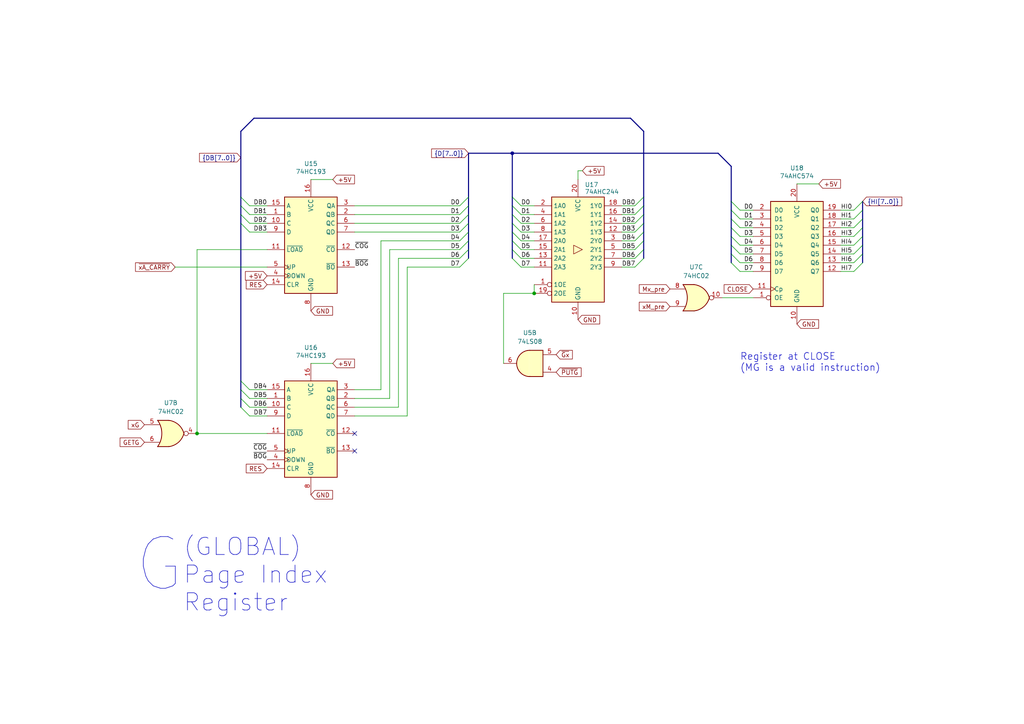
<source format=kicad_sch>
(kicad_sch (version 20231120) (generator "eeschema") (generator_version "8.0")
  (paper "A4")
  (title_block (title "Myth Microcontroller Project") (date "2024-09-21") (rev "1") (company "Picwok.com") (comment 1 "Project Contact: mim@ok-schalter.de (Michael)") (comment 2 "Author: Copyr. 2024 Michael Mangelsdorf/Dosflange@github") (comment 3 "Instruction Decoder Module") (comment 4 "D Register"))
  (lib_symbols
    (symbol "74xx:74AHC244"
      (property "Reference" "U" (at -7.62 16.51 0))
      (property "Value" "74AHC244" (at -7.62 -16.51 0))
      (symbol "74AHC244_1_0"
        (polyline (pts (xy 1.27 0) (xy -1.27 1.27) (xy -1.27 -1.27) (xy 1.27 0)) (stroke (width 0.1524)))
        (pin input inverted (at -12.7 -10.16 0) (length 5.08) (name "1OE") (number "1"))
        (pin power_in line (at 0 -20.32 90) (length 5.08) (name "GND") (number "10"))
        (pin input line (at -12.7 -5.08 0) (length 5.08) (name "2A3") (number "11"))
        (pin tri_state line (at 12.7 5.08 180) (length 5.08) (name "1Y3") (number "12"))
        (pin input line (at -12.7 -2.54 0) (length 5.08) (name "2A2") (number "13"))
        (pin tri_state line (at 12.7 7.62 180) (length 5.08) (name "1Y2") (number "14"))
        (pin input line (at -12.7 0 0) (length 5.08) (name "2A1") (number "15"))
        (pin tri_state line (at 12.7 10.16 180) (length 5.08) (name "1Y1") (number "16"))
        (pin input line (at -12.7 2.54 0) (length 5.08) (name "2A0") (number "17"))
        (pin tri_state line (at 12.7 12.7 180) (length 5.08) (name "1Y0") (number "18"))
        (pin input inverted (at -12.7 -12.7 0) (length 5.08) (name "2OE") (number "19"))
        (pin input line (at -12.7 12.7 0) (length 5.08) (name "1A0") (number "2"))
        (pin power_in line (at 0 20.32 270) (length 5.08) (name "VCC") (number "20"))
        (pin tri_state line (at 12.7 2.54 180) (length 5.08) (name "2Y0") (number "3"))
        (pin input line (at -12.7 10.16 0) (length 5.08) (name "1A1") (number "4"))
        (pin tri_state line (at 12.7 0 180) (length 5.08) (name "2Y1") (number "5"))
        (pin input line (at -12.7 7.62 0) (length 5.08) (name "1A2") (number "6"))
        (pin tri_state line (at 12.7 -2.54 180) (length 5.08) (name "2Y2") (number "7"))
        (pin input line (at -12.7 5.08 0) (length 5.08) (name "1A3") (number "8"))
        (pin tri_state line (at 12.7 -5.08 180) (length 5.08) (name "2Y3") (number "9"))
      )
      (symbol "74AHC244_1_1"
        (rectangle (start -7.62 15.24) (end 7.62 -15.24) (stroke (width 0.254)) (fill (type background)))
      )
    )
    (symbol "74xx:74HC02" (pin_names (offset 1.016))
      (property "Reference" "U" (at 0 1.27 0))
      (property "Value" "74HC02" (at 0 -1.27 0))
      (symbol "74HC02_1_1"
        (arc (start -3.81 -3.81) (mid -2.589 0) (end -3.81 3.81) (stroke (width 0.254)))
        (arc (start -0.6096 -3.81) (mid 2.1842 -2.5851) (end 3.81 0) (stroke (width 0.254)) (fill (type background)))
        (polyline (pts (xy -3.81 -3.81) (xy -0.635 -3.81)) (stroke (width 0.254)) (fill (type background)))
        (polyline (pts (xy -3.81 3.81) (xy -0.635 3.81)) (stroke (width 0.254)) (fill (type background)))
        (polyline (pts (xy -0.635 3.81) (xy -3.81 3.81) (xy -3.81 3.81) (xy -3.556 3.4036) (xy -3.0226 2.2606) (xy -2.6924 1.0414) (xy -2.6162 -0.254) (xy -2.7686 -1.4986) (xy -3.175 -2.7178) (xy -3.81 -3.81) (xy -3.81 -3.81) (xy -0.635 -3.81)) (stroke (width -25.4)) (fill (type background)))
        (arc (start 3.81 0) (mid 2.1915 2.5936) (end -0.6096 3.81) (stroke (width 0.254)) (fill (type background)))
        (pin output inverted (at 7.62 0 180) (length 3.81) (name "~") (number "1"))
        (pin input line (at -7.62 2.54 0) (length 4.318) (name "~") (number "2"))
        (pin input line (at -7.62 -2.54 0) (length 4.318) (name "~") (number "3"))
      )
      (symbol "74HC02_1_2"
        (arc (start 0 -3.81) (mid 3.7934 0) (end 0 3.81) (stroke (width 0.254)) (fill (type background)))
        (polyline (pts (xy 0 3.81) (xy -3.81 3.81) (xy -3.81 -3.81) (xy 0 -3.81)) (stroke (width 0.254)) (fill (type background)))
        (pin output line (at 7.62 0 180) (length 3.81) (name "~") (number "1"))
        (pin input inverted (at -7.62 2.54 0) (length 3.81) (name "~") (number "2"))
        (pin input inverted (at -7.62 -2.54 0) (length 3.81) (name "~") (number "3"))
      )
      (symbol "74HC02_2_1"
        (arc (start -3.81 -3.81) (mid -2.589 0) (end -3.81 3.81) (stroke (width 0.254)))
        (arc (start -0.6096 -3.81) (mid 2.1842 -2.5851) (end 3.81 0) (stroke (width 0.254)) (fill (type background)))
        (polyline (pts (xy -3.81 -3.81) (xy -0.635 -3.81)) (stroke (width 0.254)) (fill (type background)))
        (polyline (pts (xy -3.81 3.81) (xy -0.635 3.81)) (stroke (width 0.254)) (fill (type background)))
        (polyline (pts (xy -0.635 3.81) (xy -3.81 3.81) (xy -3.81 3.81) (xy -3.556 3.4036) (xy -3.0226 2.2606) (xy -2.6924 1.0414) (xy -2.6162 -0.254) (xy -2.7686 -1.4986) (xy -3.175 -2.7178) (xy -3.81 -3.81) (xy -3.81 -3.81) (xy -0.635 -3.81)) (stroke (width -25.4)) (fill (type background)))
        (arc (start 3.81 0) (mid 2.1915 2.5936) (end -0.6096 3.81) (stroke (width 0.254)) (fill (type background)))
        (pin output inverted (at 7.62 0 180) (length 3.81) (name "~") (number "4"))
        (pin input line (at -7.62 2.54 0) (length 4.318) (name "~") (number "5"))
        (pin input line (at -7.62 -2.54 0) (length 4.318) (name "~") (number "6"))
      )
      (symbol "74HC02_2_2"
        (arc (start 0 -3.81) (mid 3.7934 0) (end 0 3.81) (stroke (width 0.254)) (fill (type background)))
        (polyline (pts (xy 0 3.81) (xy -3.81 3.81) (xy -3.81 -3.81) (xy 0 -3.81)) (stroke (width 0.254)) (fill (type background)))
        (pin output line (at 7.62 0 180) (length 3.81) (name "~") (number "4"))
        (pin input inverted (at -7.62 2.54 0) (length 3.81) (name "~") (number "5"))
        (pin input inverted (at -7.62 -2.54 0) (length 3.81) (name "~") (number "6"))
      )
      (symbol "74HC02_3_1"
        (arc (start -3.81 -3.81) (mid -2.589 0) (end -3.81 3.81) (stroke (width 0.254)))
        (arc (start -0.6096 -3.81) (mid 2.1842 -2.5851) (end 3.81 0) (stroke (width 0.254)) (fill (type background)))
        (polyline (pts (xy -3.81 -3.81) (xy -0.635 -3.81)) (stroke (width 0.254)) (fill (type background)))
        (polyline (pts (xy -3.81 3.81) (xy -0.635 3.81)) (stroke (width 0.254)) (fill (type background)))
        (polyline (pts (xy -0.635 3.81) (xy -3.81 3.81) (xy -3.81 3.81) (xy -3.556 3.4036) (xy -3.0226 2.2606) (xy -2.6924 1.0414) (xy -2.6162 -0.254) (xy -2.7686 -1.4986) (xy -3.175 -2.7178) (xy -3.81 -3.81) (xy -3.81 -3.81) (xy -0.635 -3.81)) (stroke (width -25.4)) (fill (type background)))
        (arc (start 3.81 0) (mid 2.1915 2.5936) (end -0.6096 3.81) (stroke (width 0.254)) (fill (type background)))
        (pin output inverted (at 7.62 0 180) (length 3.81) (name "~") (number "10"))
        (pin input line (at -7.62 2.54 0) (length 4.318) (name "~") (number "8"))
        (pin input line (at -7.62 -2.54 0) (length 4.318) (name "~") (number "9"))
      )
      (symbol "74HC02_3_2"
        (arc (start 0 -3.81) (mid 3.7934 0) (end 0 3.81) (stroke (width 0.254)) (fill (type background)))
        (polyline (pts (xy 0 3.81) (xy -3.81 3.81) (xy -3.81 -3.81) (xy 0 -3.81)) (stroke (width 0.254)) (fill (type background)))
        (pin output line (at 7.62 0 180) (length 3.81) (name "~") (number "10"))
        (pin input inverted (at -7.62 2.54 0) (length 3.81) (name "~") (number "8"))
        (pin input inverted (at -7.62 -2.54 0) (length 3.81) (name "~") (number "9"))
      )
      (symbol "74HC02_4_1"
        (arc (start -3.81 -3.81) (mid -2.589 0) (end -3.81 3.81) (stroke (width 0.254)))
        (arc (start -0.6096 -3.81) (mid 2.1842 -2.5851) (end 3.81 0) (stroke (width 0.254)) (fill (type background)))
        (polyline (pts (xy -3.81 -3.81) (xy -0.635 -3.81)) (stroke (width 0.254)) (fill (type background)))
        (polyline (pts (xy -3.81 3.81) (xy -0.635 3.81)) (stroke (width 0.254)) (fill (type background)))
        (polyline (pts (xy -0.635 3.81) (xy -3.81 3.81) (xy -3.81 3.81) (xy -3.556 3.4036) (xy -3.0226 2.2606) (xy -2.6924 1.0414) (xy -2.6162 -0.254) (xy -2.7686 -1.4986) (xy -3.175 -2.7178) (xy -3.81 -3.81) (xy -3.81 -3.81) (xy -0.635 -3.81)) (stroke (width -25.4)) (fill (type background)))
        (arc (start 3.81 0) (mid 2.1915 2.5936) (end -0.6096 3.81) (stroke (width 0.254)) (fill (type background)))
        (pin input line (at -7.62 2.54 0) (length 4.318) (name "~") (number "11"))
        (pin input line (at -7.62 -2.54 0) (length 4.318) (name "~") (number "12"))
        (pin output inverted (at 7.62 0 180) (length 3.81) (name "~") (number "13"))
      )
      (symbol "74HC02_4_2"
        (arc (start 0 -3.81) (mid 3.7934 0) (end 0 3.81) (stroke (width 0.254)) (fill (type background)))
        (polyline (pts (xy 0 3.81) (xy -3.81 3.81) (xy -3.81 -3.81) (xy 0 -3.81)) (stroke (width 0.254)) (fill (type background)))
        (pin input inverted (at -7.62 2.54 0) (length 3.81) (name "~") (number "11"))
        (pin input inverted (at -7.62 -2.54 0) (length 3.81) (name "~") (number "12"))
        (pin output line (at 7.62 0 180) (length 3.81) (name "~") (number "13"))
      )
      (symbol "74HC02_5_0"
        (pin power_in line (at 0 12.7 270) (length 5.08) (name "VCC") (number "14"))
        (pin power_in line (at 0 -12.7 90) (length 5.08) (name "GND") (number "7"))
      )
      (symbol "74HC02_5_1"
        (rectangle (start -5.08 7.62) (end 5.08 -7.62) (stroke (width 0.254)) (fill (type background)))
      )
    )
    (symbol "74xx:74LS08" (pin_names (offset 1.016))
      (property "Reference" "U" (at 0 1.27 0))
      (property "Value" "74LS08" (at 0 -1.27 0))
      (symbol "74LS08_1_1"
        (arc (start 0 -3.81) (mid 3.7934 0) (end 0 3.81) (stroke (width 0.254)) (fill (type background)))
        (polyline (pts (xy 0 3.81) (xy -3.81 3.81) (xy -3.81 -3.81) (xy 0 -3.81)) (stroke (width 0.254)) (fill (type background)))
        (pin input line (at -7.62 2.54 0) (length 3.81) (name "~") (number "1"))
        (pin input line (at -7.62 -2.54 0) (length 3.81) (name "~") (number "2"))
        (pin output line (at 7.62 0 180) (length 3.81) (name "~") (number "3"))
      )
      (symbol "74LS08_1_2"
        (arc (start -3.81 -3.81) (mid -2.589 0) (end -3.81 3.81) (stroke (width 0.254)))
        (arc (start -0.6096 -3.81) (mid 2.1855 -2.584) (end 3.81 0) (stroke (width 0.254)) (fill (type background)))
        (polyline (pts (xy -3.81 -3.81) (xy -0.635 -3.81)) (stroke (width 0.254)) (fill (type background)))
        (polyline (pts (xy -3.81 3.81) (xy -0.635 3.81)) (stroke (width 0.254)) (fill (type background)))
        (polyline (pts (xy -0.635 3.81) (xy -3.81 3.81) (xy -3.81 3.81) (xy -3.556 3.4036) (xy -3.0226 2.2606) (xy -2.6924 1.0414) (xy -2.6162 -0.254) (xy -2.7686 -1.4986) (xy -3.175 -2.7178) (xy -3.81 -3.81) (xy -3.81 -3.81) (xy -0.635 -3.81)) (stroke (width -25.4)) (fill (type background)))
        (arc (start 3.81 0) (mid 2.1928 2.5925) (end -0.6096 3.81) (stroke (width 0.254)) (fill (type background)))
        (pin input inverted (at -7.62 2.54 0) (length 4.318) (name "~") (number "1"))
        (pin input inverted (at -7.62 -2.54 0) (length 4.318) (name "~") (number "2"))
        (pin output inverted (at 7.62 0 180) (length 3.81) (name "~") (number "3"))
      )
      (symbol "74LS08_2_1"
        (arc (start 0 -3.81) (mid 3.7934 0) (end 0 3.81) (stroke (width 0.254)) (fill (type background)))
        (polyline (pts (xy 0 3.81) (xy -3.81 3.81) (xy -3.81 -3.81) (xy 0 -3.81)) (stroke (width 0.254)) (fill (type background)))
        (pin input line (at -7.62 2.54 0) (length 3.81) (name "~") (number "4"))
        (pin input line (at -7.62 -2.54 0) (length 3.81) (name "~") (number "5"))
        (pin output line (at 7.62 0 180) (length 3.81) (name "~") (number "6"))
      )
      (symbol "74LS08_2_2"
        (arc (start -3.81 -3.81) (mid -2.589 0) (end -3.81 3.81) (stroke (width 0.254)))
        (arc (start -0.6096 -3.81) (mid 2.1855 -2.584) (end 3.81 0) (stroke (width 0.254)) (fill (type background)))
        (polyline (pts (xy -3.81 -3.81) (xy -0.635 -3.81)) (stroke (width 0.254)) (fill (type background)))
        (polyline (pts (xy -3.81 3.81) (xy -0.635 3.81)) (stroke (width 0.254)) (fill (type background)))
        (polyline (pts (xy -0.635 3.81) (xy -3.81 3.81) (xy -3.81 3.81) (xy -3.556 3.4036) (xy -3.0226 2.2606) (xy -2.6924 1.0414) (xy -2.6162 -0.254) (xy -2.7686 -1.4986) (xy -3.175 -2.7178) (xy -3.81 -3.81) (xy -3.81 -3.81) (xy -0.635 -3.81)) (stroke (width -25.4)) (fill (type background)))
        (arc (start 3.81 0) (mid 2.1928 2.5925) (end -0.6096 3.81) (stroke (width 0.254)) (fill (type background)))
        (pin input inverted (at -7.62 2.54 0) (length 4.318) (name "~") (number "4"))
        (pin input inverted (at -7.62 -2.54 0) (length 4.318) (name "~") (number "5"))
        (pin output inverted (at 7.62 0 180) (length 3.81) (name "~") (number "6"))
      )
      (symbol "74LS08_3_1"
        (arc (start 0 -3.81) (mid 3.7934 0) (end 0 3.81) (stroke (width 0.254)) (fill (type background)))
        (polyline (pts (xy 0 3.81) (xy -3.81 3.81) (xy -3.81 -3.81) (xy 0 -3.81)) (stroke (width 0.254)) (fill (type background)))
        (pin input line (at -7.62 -2.54 0) (length 3.81) (name "~") (number "10"))
        (pin output line (at 7.62 0 180) (length 3.81) (name "~") (number "8"))
        (pin input line (at -7.62 2.54 0) (length 3.81) (name "~") (number "9"))
      )
      (symbol "74LS08_3_2"
        (arc (start -3.81 -3.81) (mid -2.589 0) (end -3.81 3.81) (stroke (width 0.254)))
        (arc (start -0.6096 -3.81) (mid 2.1855 -2.584) (end 3.81 0) (stroke (width 0.254)) (fill (type background)))
        (polyline (pts (xy -3.81 -3.81) (xy -0.635 -3.81)) (stroke (width 0.254)) (fill (type background)))
        (polyline (pts (xy -3.81 3.81) (xy -0.635 3.81)) (stroke (width 0.254)) (fill (type background)))
        (polyline (pts (xy -0.635 3.81) (xy -3.81 3.81) (xy -3.81 3.81) (xy -3.556 3.4036) (xy -3.0226 2.2606) (xy -2.6924 1.0414) (xy -2.6162 -0.254) (xy -2.7686 -1.4986) (xy -3.175 -2.7178) (xy -3.81 -3.81) (xy -3.81 -3.81) (xy -0.635 -3.81)) (stroke (width -25.4)) (fill (type background)))
        (arc (start 3.81 0) (mid 2.1928 2.5925) (end -0.6096 3.81) (stroke (width 0.254)) (fill (type background)))
        (pin input inverted (at -7.62 -2.54 0) (length 4.318) (name "~") (number "10"))
        (pin output inverted (at 7.62 0 180) (length 3.81) (name "~") (number "8"))
        (pin input inverted (at -7.62 2.54 0) (length 4.318) (name "~") (number "9"))
      )
      (symbol "74LS08_4_1"
        (arc (start 0 -3.81) (mid 3.7934 0) (end 0 3.81) (stroke (width 0.254)) (fill (type background)))
        (polyline (pts (xy 0 3.81) (xy -3.81 3.81) (xy -3.81 -3.81) (xy 0 -3.81)) (stroke (width 0.254)) (fill (type background)))
        (pin output line (at 7.62 0 180) (length 3.81) (name "~") (number "11"))
        (pin input line (at -7.62 2.54 0) (length 3.81) (name "~") (number "12"))
        (pin input line (at -7.62 -2.54 0) (length 3.81) (name "~") (number "13"))
      )
      (symbol "74LS08_4_2"
        (arc (start -3.81 -3.81) (mid -2.589 0) (end -3.81 3.81) (stroke (width 0.254)))
        (arc (start -0.6096 -3.81) (mid 2.1855 -2.584) (end 3.81 0) (stroke (width 0.254)) (fill (type background)))
        (polyline (pts (xy -3.81 -3.81) (xy -0.635 -3.81)) (stroke (width 0.254)) (fill (type background)))
        (polyline (pts (xy -3.81 3.81) (xy -0.635 3.81)) (stroke (width 0.254)) (fill (type background)))
        (polyline (pts (xy -0.635 3.81) (xy -3.81 3.81) (xy -3.81 3.81) (xy -3.556 3.4036) (xy -3.0226 2.2606) (xy -2.6924 1.0414) (xy -2.6162 -0.254) (xy -2.7686 -1.4986) (xy -3.175 -2.7178) (xy -3.81 -3.81) (xy -3.81 -3.81) (xy -0.635 -3.81)) (stroke (width -25.4)) (fill (type background)))
        (arc (start 3.81 0) (mid 2.1928 2.5925) (end -0.6096 3.81) (stroke (width 0.254)) (fill (type background)))
        (pin output inverted (at 7.62 0 180) (length 3.81) (name "~") (number "11"))
        (pin input inverted (at -7.62 2.54 0) (length 4.318) (name "~") (number "12"))
        (pin input inverted (at -7.62 -2.54 0) (length 4.318) (name "~") (number "13"))
      )
      (symbol "74LS08_5_0"
        (pin power_in line (at 0 12.7 270) (length 5.08) (name "VCC") (number "14"))
        (pin power_in line (at 0 -12.7 90) (length 5.08) (name "GND") (number "7"))
      )
      (symbol "74LS08_5_1"
        (rectangle (start -5.08 7.62) (end 5.08 -7.62) (stroke (width 0.254)) (fill (type background)))
      )
    )
    (symbol "74xx:74LS193"
      (property "Reference" "U" (at -7.62 13.97 0))
      (property "Value" "74LS193" (at 5.08 13.97 0))
      (symbol "74LS193_1_0"
        (pin input line (at -12.7 7.62 0) (length 5.08) (name "B") (number "1"))
        (pin input line (at -12.7 5.08 0) (length 5.08) (name "C") (number "10"))
        (pin input line (at -12.7 -2.54 0) (length 5.08) (name "~{LOAD}") (number "11"))
        (pin output line (at 12.7 -2.54 180) (length 5.08) (name "~{CO}") (number "12"))
        (pin output line (at 12.7 -7.62 180) (length 5.08) (name "~{BO}") (number "13"))
        (pin input line (at -12.7 -12.7 0) (length 5.08) (name "CLR") (number "14"))
        (pin input line (at -12.7 10.16 0) (length 5.08) (name "A") (number "15"))
        (pin power_in line (at 0 17.78 270) (length 5.08) (name "VCC") (number "16"))
        (pin output line (at 12.7 7.62 180) (length 5.08) (name "QB") (number "2"))
        (pin output line (at 12.7 10.16 180) (length 5.08) (name "QA") (number "3"))
        (pin input clock (at -12.7 -10.16 0) (length 5.08) (name "DOWN") (number "4"))
        (pin input clock (at -12.7 -7.62 0) (length 5.08) (name "UP") (number "5"))
        (pin output line (at 12.7 5.08 180) (length 5.08) (name "QC") (number "6"))
        (pin output line (at 12.7 2.54 180) (length 5.08) (name "QD") (number "7"))
        (pin power_in line (at 0 -20.32 90) (length 5.08) (name "GND") (number "8"))
        (pin input line (at -12.7 2.54 0) (length 5.08) (name "D") (number "9"))
      )
      (symbol "74LS193_1_1"
        (rectangle (start -7.62 12.7) (end 7.62 -15.24) (stroke (width 0.254)) (fill (type background)))
      )
    )
    (symbol "74xx:74LS574" (pin_names (offset 1.016))
      (property "Reference" "U" (at -7.62 16.51 0))
      (property "Value" "74LS574" (at -7.62 -16.51 0))
      (symbol "74LS574_1_0"
        (pin input inverted (at -12.7 -12.7 0) (length 5.08) (name "OE") (number "1"))
        (pin power_in line (at 0 -20.32 90) (length 5.08) (name "GND") (number "10"))
        (pin input clock (at -12.7 -10.16 0) (length 5.08) (name "Cp") (number "11"))
        (pin tri_state line (at 12.7 -5.08 180) (length 5.08) (name "Q7") (number "12"))
        (pin tri_state line (at 12.7 -2.54 180) (length 5.08) (name "Q6") (number "13"))
        (pin tri_state line (at 12.7 0 180) (length 5.08) (name "Q5") (number "14"))
        (pin tri_state line (at 12.7 2.54 180) (length 5.08) (name "Q4") (number "15"))
        (pin tri_state line (at 12.7 5.08 180) (length 5.08) (name "Q3") (number "16"))
        (pin tri_state line (at 12.7 7.62 180) (length 5.08) (name "Q2") (number "17"))
        (pin tri_state line (at 12.7 10.16 180) (length 5.08) (name "Q1") (number "18"))
        (pin tri_state line (at 12.7 12.7 180) (length 5.08) (name "Q0") (number "19"))
        (pin input line (at -12.7 12.7 0) (length 5.08) (name "D0") (number "2"))
        (pin power_in line (at 0 20.32 270) (length 5.08) (name "VCC") (number "20"))
        (pin input line (at -12.7 10.16 0) (length 5.08) (name "D1") (number "3"))
        (pin input line (at -12.7 7.62 0) (length 5.08) (name "D2") (number "4"))
        (pin input line (at -12.7 5.08 0) (length 5.08) (name "D3") (number "5"))
        (pin input line (at -12.7 2.54 0) (length 5.08) (name "D4") (number "6"))
        (pin input line (at -12.7 0 0) (length 5.08) (name "D5") (number "7"))
        (pin input line (at -12.7 -2.54 0) (length 5.08) (name "D6") (number "8"))
        (pin input line (at -12.7 -5.08 0) (length 5.08) (name "D7") (number "9"))
      )
      (symbol "74LS574_1_1"
        (rectangle (start -7.62 15.24) (end 7.62 -15.24) (stroke (width 0.254)) (fill (type background)))
      )
    )
  )
  (junction (at 57.15 125.73))
  (junction (at 148.59 44.45))
  (junction (at 154.94 85.09))
  (no_connect (at 102.87 130.81))
  (no_connect (at 102.87 125.73))
  (bus_entry (at 247.65 63.5) (size 2.54 -2.54))
  (bus_entry (at 151.13 59.69) (size -2.54 -2.54))
  (bus_entry (at 184.15 59.69) (size 2.54 -2.54))
  (bus_entry (at 247.65 76.2) (size 2.54 -2.54))
  (bus_entry (at 214.63 78.74) (size -2.54 -2.54))
  (bus_entry (at 247.65 73.66) (size 2.54 -2.54))
  (bus_entry (at 151.13 72.39) (size -2.54 -2.54))
  (bus_entry (at 214.63 71.12) (size -2.54 -2.54))
  (bus_entry (at 72.39 62.23) (size -2.54 -2.54))
  (bus_entry (at 214.63 68.58) (size -2.54 -2.54))
  (bus_entry (at 184.15 67.31) (size 2.54 -2.54))
  (bus_entry (at 72.39 118.11) (size -2.54 -2.54))
  (bus_entry (at 247.65 60.96) (size 2.54 -2.54))
  (bus_entry (at 133.35 77.47) (size 2.54 -2.54))
  (bus_entry (at 72.39 64.77) (size -2.54 -2.54))
  (bus_entry (at 184.15 72.39) (size 2.54 -2.54))
  (bus_entry (at 247.65 71.12) (size 2.54 -2.54))
  (bus_entry (at 247.65 78.74) (size 2.54 -2.54))
  (bus_entry (at 184.15 62.23) (size 2.54 -2.54))
  (bus_entry (at 133.35 64.77) (size 2.54 -2.54))
  (bus_entry (at 72.39 59.69) (size -2.54 -2.54))
  (bus_entry (at 214.63 63.5) (size -2.54 -2.54))
  (bus_entry (at 214.63 76.2) (size -2.54 -2.54))
  (bus_entry (at 247.65 66.04) (size 2.54 -2.54))
  (bus_entry (at 72.39 120.65) (size -2.54 -2.54))
  (bus_entry (at 247.65 68.58) (size 2.54 -2.54))
  (bus_entry (at 214.63 66.04) (size -2.54 -2.54))
  (bus_entry (at 184.15 74.93) (size 2.54 -2.54))
  (bus_entry (at 151.13 67.31) (size -2.54 -2.54))
  (bus_entry (at 133.35 59.69) (size 2.54 -2.54))
  (bus_entry (at 133.35 62.23) (size 2.54 -2.54))
  (bus_entry (at 72.39 67.31) (size -2.54 -2.54))
  (bus_entry (at 184.15 69.85) (size 2.54 -2.54))
  (bus_entry (at 133.35 67.31) (size 2.54 -2.54))
  (bus_entry (at 184.15 64.77) (size 2.54 -2.54))
  (bus_entry (at 151.13 64.77) (size -2.54 -2.54))
  (bus_entry (at 133.35 74.93) (size 2.54 -2.54))
  (bus_entry (at 151.13 77.47) (size -2.54 -2.54))
  (bus_entry (at 214.63 60.96) (size -2.54 -2.54))
  (bus_entry (at 133.35 72.39) (size 2.54 -2.54))
  (bus_entry (at 214.63 73.66) (size -2.54 -2.54))
  (bus_entry (at 133.35 69.85) (size 2.54 -2.54))
  (bus_entry (at 184.15 77.47) (size 2.54 -2.54))
  (bus_entry (at 72.39 115.57) (size -2.54 -2.54))
  (bus_entry (at 151.13 69.85) (size -2.54 -2.54))
  (bus_entry (at 72.39 113.03) (size -2.54 -2.54))
  (bus_entry (at 151.13 62.23) (size -2.54 -2.54))
  (bus_entry (at 151.13 74.93) (size -2.54 -2.54))
  (wire (pts (xy 184.15 72.39) (xy 180.34 72.39)))
  (bus (pts (xy 135.89 72.39) (xy 135.89 69.85)))
  (wire (pts (xy 146.05 105.41) (xy 146.05 85.09)))
  (bus (pts (xy 148.59 44.45) (xy 148.59 57.15)))
  (wire (pts (xy 72.39 118.11) (xy 77.47 118.11)))
  (wire (pts (xy 247.65 66.04) (xy 243.84 66.04)))
  (bus (pts (xy 186.69 74.93) (xy 186.69 72.39)))
  (wire (pts (xy 214.63 68.58) (xy 218.44 68.58)))
  (bus (pts (xy 186.69 59.69) (xy 186.69 57.15)))
  (bus (pts (xy 135.89 74.93) (xy 135.89 72.39)))
  (bus (pts (xy 250.19 66.04) (xy 250.19 68.58)))
  (bus (pts (xy 212.09 60.96) (xy 212.09 63.5)))
  (bus (pts (xy 69.85 59.69) (xy 69.85 57.15)))
  (bus (pts (xy 186.69 57.15) (xy 186.69 38.1)))
  (wire (pts (xy 146.05 85.09) (xy 154.94 85.09)))
  (bus (pts (xy 186.69 62.23) (xy 186.69 59.69)))
  (wire (pts (xy 167.64 49.53) (xy 167.64 52.07)))
  (wire (pts (xy 113.03 115.57) (xy 113.03 72.39)))
  (bus (pts (xy 212.09 71.12) (xy 212.09 73.66)))
  (wire (pts (xy 110.49 69.85) (xy 133.35 69.85)))
  (bus (pts (xy 148.59 57.15) (xy 148.59 59.69)))
  (wire (pts (xy 184.15 69.85) (xy 180.34 69.85)))
  (wire (pts (xy 247.65 78.74) (xy 243.84 78.74)))
  (wire (pts (xy 184.15 59.69) (xy 180.34 59.69)))
  (wire (pts (xy 72.39 120.65) (xy 77.47 120.65)))
  (wire (pts (xy 102.87 113.03) (xy 110.49 113.03)))
  (bus (pts (xy 148.59 72.39) (xy 148.59 74.93)))
  (bus (pts (xy 186.69 38.1) (xy 182.88 34.29)))
  (bus (pts (xy 69.85 64.77) (xy 69.85 62.23)))
  (wire (pts (xy 247.65 63.5) (xy 243.84 63.5)))
  (bus (pts (xy 135.89 62.23) (xy 135.89 59.69)))
  (bus (pts (xy 250.19 58.42) (xy 250.19 60.96)))
  (bus (pts (xy 212.09 58.42) (xy 212.09 60.96)))
  (wire (pts (xy 151.13 72.39) (xy 154.94 72.39)))
  (bus (pts (xy 186.69 64.77) (xy 186.69 62.23)))
  (wire (pts (xy 102.87 118.11) (xy 115.57 118.11)))
  (wire (pts (xy 151.13 62.23) (xy 154.94 62.23)))
  (wire (pts (xy 72.39 64.77) (xy 77.47 64.77)))
  (wire (pts (xy 247.65 73.66) (xy 243.84 73.66)))
  (bus (pts (xy 250.19 60.96) (xy 250.19 63.5)))
  (wire (pts (xy 72.39 113.03) (xy 77.47 113.03)))
  (bus (pts (xy 73.66 34.29) (xy 69.85 38.1)))
  (wire (pts (xy 57.15 125.73) (xy 77.47 125.73)))
  (bus (pts (xy 212.09 68.58) (xy 212.09 71.12)))
  (bus (pts (xy 148.59 67.31) (xy 148.59 69.85)))
  (wire (pts (xy 184.15 77.47) (xy 180.34 77.47)))
  (wire (pts (xy 184.15 67.31) (xy 180.34 67.31)))
  (wire (pts (xy 72.39 67.31) (xy 77.47 67.31)))
  (bus (pts (xy 148.59 64.77) (xy 148.59 67.31)))
  (wire (pts (xy 214.63 60.96) (xy 218.44 60.96)))
  (bus (pts (xy 69.85 62.23) (xy 69.85 59.69)))
  (bus (pts (xy 135.89 44.45) (xy 148.59 44.45)))
  (bus (pts (xy 212.09 73.66) (xy 212.09 76.2)))
  (wire (pts (xy 113.03 72.39) (xy 133.35 72.39)))
  (wire (pts (xy 57.15 72.39) (xy 77.47 72.39)))
  (bus (pts (xy 182.88 34.29) (xy 73.66 34.29)))
  (bus (pts (xy 69.85 113.03) (xy 69.85 115.57)))
  (wire (pts (xy 151.13 67.31) (xy 154.94 67.31)))
  (wire (pts (xy 184.15 74.93) (xy 180.34 74.93)))
  (wire (pts (xy 247.65 68.58) (xy 243.84 68.58)))
  (wire (pts (xy 118.11 120.65) (xy 118.11 77.47)))
  (wire (pts (xy 90.17 52.07) (xy 96.52 52.07)))
  (wire (pts (xy 247.65 71.12) (xy 243.84 71.12)))
  (bus (pts (xy 135.89 64.77) (xy 135.89 62.23)))
  (wire (pts (xy 57.15 72.39) (xy 57.15 125.73)))
  (wire (pts (xy 214.63 76.2) (xy 218.44 76.2)))
  (wire (pts (xy 151.13 74.93) (xy 154.94 74.93)))
  (bus (pts (xy 212.09 48.26) (xy 212.09 58.42)))
  (wire (pts (xy 102.87 64.77) (xy 133.35 64.77)))
  (wire (pts (xy 214.63 73.66) (xy 218.44 73.66)))
  (wire (pts (xy 115.57 74.93) (xy 133.35 74.93)))
  (wire (pts (xy 102.87 120.65) (xy 118.11 120.65)))
  (bus (pts (xy 69.85 64.77) (xy 69.85 110.49)))
  (bus (pts (xy 135.89 69.85) (xy 135.89 67.31)))
  (wire (pts (xy 151.13 59.69) (xy 154.94 59.69)))
  (bus (pts (xy 69.85 38.1) (xy 69.85 57.15)))
  (bus (pts (xy 250.19 73.66) (xy 250.19 76.2)))
  (wire (pts (xy 50.8 77.47) (xy 77.47 77.47)))
  (wire (pts (xy 154.94 82.55) (xy 154.94 85.09)))
  (wire (pts (xy 214.63 63.5) (xy 218.44 63.5)))
  (wire (pts (xy 72.39 59.69) (xy 77.47 59.69)))
  (wire (pts (xy 214.63 66.04) (xy 218.44 66.04)))
  (wire (pts (xy 102.87 62.23) (xy 133.35 62.23)))
  (bus (pts (xy 208.28 44.45) (xy 212.09 48.26)))
  (bus (pts (xy 135.89 59.69) (xy 135.89 57.15)))
  (bus (pts (xy 186.69 69.85) (xy 186.69 67.31)))
  (bus (pts (xy 148.59 62.23) (xy 148.59 64.77)))
  (bus (pts (xy 69.85 115.57) (xy 69.85 118.11)))
  (wire (pts (xy 72.39 115.57) (xy 77.47 115.57)))
  (bus (pts (xy 250.19 68.58) (xy 250.19 71.12)))
  (wire (pts (xy 214.63 71.12) (xy 218.44 71.12)))
  (wire (pts (xy 184.15 62.23) (xy 180.34 62.23)))
  (bus (pts (xy 250.19 71.12) (xy 250.19 73.66)))
  (bus (pts (xy 148.59 69.85) (xy 148.59 72.39)))
  (wire (pts (xy 247.65 76.2) (xy 243.84 76.2)))
  (bus (pts (xy 135.89 44.45) (xy 135.89 57.15)))
  (bus (pts (xy 135.89 67.31) (xy 135.89 64.77)))
  (wire (pts (xy 72.39 62.23) (xy 77.47 62.23)))
  (wire (pts (xy 102.87 115.57) (xy 113.03 115.57)))
  (bus (pts (xy 212.09 63.5) (xy 212.09 66.04)))
  (wire (pts (xy 214.63 78.74) (xy 218.44 78.74)))
  (bus (pts (xy 69.85 110.49) (xy 69.85 113.03)))
  (wire (pts (xy 110.49 113.03) (xy 110.49 69.85)))
  (wire (pts (xy 90.17 105.41) (xy 96.52 105.41)))
  (bus (pts (xy 186.69 72.39) (xy 186.69 69.85)))
  (wire (pts (xy 184.15 64.77) (xy 180.34 64.77)))
  (wire (pts (xy 102.87 59.69) (xy 133.35 59.69)))
  (wire (pts (xy 151.13 77.47) (xy 154.94 77.47)))
  (bus (pts (xy 250.19 63.5) (xy 250.19 66.04)))
  (wire (pts (xy 151.13 64.77) (xy 154.94 64.77)))
  (wire (pts (xy 118.11 77.47) (xy 133.35 77.47)))
  (wire (pts (xy 102.87 67.31) (xy 133.35 67.31)))
  (bus (pts (xy 212.09 66.04) (xy 212.09 68.58)))
  (bus (pts (xy 148.59 44.45) (xy 208.28 44.45)))
  (bus (pts (xy 186.69 67.31) (xy 186.69 64.77)))
  (wire (pts (xy 151.13 69.85) (xy 154.94 69.85)))
  (wire (pts (xy 115.57 118.11) (xy 115.57 74.93)))
  (bus (pts (xy 148.59 59.69) (xy 148.59 62.23)))
  (wire (pts (xy 167.64 49.53) (xy 168.91 49.53)))
  (wire (pts (xy 209.55 86.36) (xy 218.44 86.36)))
  (wire (pts (xy 237.49 53.34) (xy 231.14 53.34)))
  (wire (pts (xy 247.65 60.96) (xy 243.84 60.96)))
  (text "(GLOBAL)\nPage Index\nRegister" (at 53.086 177.8 0) (effects (font (size 5 5)) (justify left bottom)))
  (text "Register at CLOSE\n(MG is a valid instruction)" (at 214.63 107.95 0) (effects (font (size 2 2)) (justify left bottom)))
  (text "G" (at 38.608 172.72 0) (effects (font (size 15 15)) (justify left bottom)))
  (label "D0" (at 218.44 60.96 180))
  (label "DB3" (at 180.34 67.31 0))
  (label "DB6" (at 77.47 118.11 180))
  (label "~{COG}" (at 102.87 72.39 0))
  (label "D3" (at 151.13 67.31 0))
  (label "D5" (at 133.35 72.39 180))
  (label "D4" (at 218.44 71.12 180))
  (label "DB2" (at 77.47 64.77 180))
  (label "D7" (at 151.13 77.47 0))
  (label "D6" (at 151.13 74.93 0))
  (label "DB3" (at 77.47 67.31 180))
  (label "HI6" (at 243.84 76.2 0))
  (label "DB5" (at 180.34 72.39 0))
  (label "D2" (at 151.13 64.77 0))
  (label "DB7" (at 77.47 120.65 180))
  (label "HI1" (at 243.84 63.5 0))
  (label "HI5" (at 243.84 73.66 0))
  (label "HI4" (at 243.84 71.12 0))
  (label "HI0" (at 243.84 60.96 0))
  (label "D3" (at 218.44 68.58 180))
  (label "D4" (at 133.35 69.85 180))
  (label "HI3" (at 243.84 68.58 0))
  (label "DB7" (at 180.34 77.47 0))
  (label "DB6" (at 180.34 74.93 0))
  (label "D7" (at 133.35 77.47 180))
  (label "D2" (at 218.44 66.04 180))
  (label "DB2" (at 180.34 64.77 0))
  (label "DB0" (at 180.34 59.69 0))
  (label "DB4" (at 180.34 69.85 0))
  (label "DB1" (at 77.47 62.23 180))
  (label "D6" (at 133.35 74.93 180))
  (label "D5" (at 218.44 73.66 180))
  (label "D0" (at 133.35 59.69 180))
  (label "D0" (at 151.13 59.69 0))
  (label "DB5" (at 77.47 115.57 180))
  (label "DB1" (at 180.34 62.23 0))
  (label "D1" (at 133.35 62.23 180))
  (label "DB4" (at 77.47 113.03 180))
  (label "HI2" (at 243.84 66.04 0))
  (label "D1" (at 151.13 62.23 0))
  (label "D7" (at 218.44 78.74 180))
  (label "D3" (at 133.35 67.31 180))
  (label "D1" (at 218.44 63.5 180))
  (label "D6" (at 218.44 76.2 180))
  (label "DB0" (at 77.47 59.69 180))
  (label "D2" (at 133.35 64.77 180))
  (label "~{BOG}" (at 77.47 133.35 180))
  (label "~{COG}" (at 77.47 130.81 180))
  (label "~{BOG}" (at 102.87 77.47 0))
  (label "HI7" (at 243.84 78.74 0))
  (label "D5" (at 151.13 72.39 0))
  (label "D4" (at 151.13 69.85 0))
  (global_label "+5V" (shape input) (at 96.52 105.41 0) (property "Intersheetrefs" "${INTERSHEET_REFS}" (effects (hide yes))))
  (global_label "~{PUTG}" (shape input) (at 161.29 107.95 0) (property "Intersheetrefs" "${INTERSHEET_REFS}" (effects (hide yes))))
  (global_label "{D[7..0]}" (shape input) (at 135.89 44.45 180) (property "Intersheetrefs" "${INTERSHEET_REFS}" (effects (hide yes))))
  (global_label "GND" (shape input) (at 231.14 93.98 0) (property "Intersheetrefs" "${INTERSHEET_REFS}" (effects (hide yes))))
  (global_label "xG" (shape input) (at 41.91 123.19 180) (property "Intersheetrefs" "${INTERSHEET_REFS}" (effects (hide yes))))
  (global_label "Mx_pre" (shape input) (at 194.31 83.82 180) (property "Intersheetrefs" "${INTERSHEET_REFS}" (effects (hide yes))))
  (global_label "GND" (shape input) (at 167.64 92.71 0) (property "Intersheetrefs" "${INTERSHEET_REFS}" (effects (hide yes))))
  (global_label "+5V" (shape input) (at 96.52 52.07 0) (property "Intersheetrefs" "${INTERSHEET_REFS}" (effects (hide yes))))
  (global_label "+5V" (shape input) (at 77.47 80.01 180) (property "Intersheetrefs" "${INTERSHEET_REFS}" (effects (hide yes))))
  (global_label "+5V" (shape input) (at 237.49 53.34 0) (property "Intersheetrefs" "${INTERSHEET_REFS}" (effects (hide yes))))
  (global_label "xM_pre" (shape input) (at 194.31 88.9 180) (property "Intersheetrefs" "${INTERSHEET_REFS}" (effects (hide yes))))
  (global_label "GND" (shape input) (at 90.17 143.51 0) (property "Intersheetrefs" "${INTERSHEET_REFS}" (effects (hide yes))))
  (global_label "{HI[7..0]}" (shape input) (at 250.19 58.42 0) (property "Intersheetrefs" "${INTERSHEET_REFS}" (effects (hide yes))))
  (global_label "~{xA_CARRY}" (shape input) (at 50.8 77.47 180) (property "Intersheetrefs" "${INTERSHEET_REFS}" (effects (hide yes))))
  (global_label "~{Gx}" (shape input) (at 161.29 102.87 0) (property "Intersheetrefs" "${INTERSHEET_REFS}" (effects (hide yes))))
  (global_label "RES" (shape input) (at 77.47 82.55 180) (property "Intersheetrefs" "${INTERSHEET_REFS}" (effects (hide yes))))
  (global_label "GETG" (shape input) (at 41.91 128.27 180) (property "Intersheetrefs" "${INTERSHEET_REFS}" (effects (hide yes))))
  (global_label "{DB[7..0]}" (shape input) (at 69.85 45.72 180) (property "Intersheetrefs" "${INTERSHEET_REFS}" (effects (hide yes))))
  (global_label "CLOSE" (shape input) (at 218.44 83.82 180) (property "Intersheetrefs" "${INTERSHEET_REFS}" (effects (hide yes))))
  (global_label "GND" (shape input) (at 90.17 90.17 0) (property "Intersheetrefs" "${INTERSHEET_REFS}" (effects (hide yes))))
  (global_label "RES" (shape input) (at 77.47 135.89 180) (property "Intersheetrefs" "${INTERSHEET_REFS}" (effects (hide yes))))
  (global_label "+5V" (shape input) (at 168.91 49.53 0) (property "Intersheetrefs" "${INTERSHEET_REFS}" (effects (hide yes))))
  (symbol (lib_id "74xx:74LS08") (at 153.67 105.41 180) (unit 2)
    (property "Reference" "U5" (at 153.6783 96.52 0))
    (property "Value" "74LS08" (at 153.6783 99.06 0))
    (property "Footprint" "Package_DIP:DIP-14_W7.62mm_LongPads" (effects (hide yes)))
    (property "Datasheet" "http://www.ti.com/lit/gpn/sn74LS08" (effects (hide yes)))
    (property "Description" "Quad And2" (effects (hide yes)))
  )
  (symbol (lib_id "74xx:74LS193") (at 90.17 69.85 0) (unit 1)
    (property "Reference" "U15" (at 90.17 47.4726 0))
    (property "Value" "74HC193" (at 90.17 49.784 0))
    (property "Footprint" "Package_DIP:DIP-16_W7.62mm_Socket_LongPads" (effects (hide yes)))
    (property "Datasheet" "https://assets.nexperia.com/documents/data-sheet/74AHC_AHCT04.pdf" (effects (hide yes)))
  )
  (symbol (lib_id "74xx:74HC02") (at 49.53 125.73 0) (unit 2)
    (property "Reference" "U7" (at 49.53 116.84 0))
    (property "Value" "74HC02" (at 49.53 119.38 0))
    (property "Footprint" "Package_DIP:DIP-14_W7.62mm_LongPads" (effects (hide yes)))
    (property "Datasheet" "http://www.ti.com/lit/gpn/sn74hc02" (effects (hide yes)))
    (property "Description" "quad 2-input NOR gate" (effects (hide yes)))
  )
  (symbol (lib_id "74xx:74HC02") (at 201.93 86.36 0) (unit 3)
    (property "Reference" "U7" (at 201.93 77.47 0))
    (property "Value" "74HC02" (at 201.93 80.01 0))
    (property "Footprint" "Package_DIP:DIP-14_W7.62mm_LongPads" (effects (hide yes)))
    (property "Datasheet" "http://www.ti.com/lit/gpn/sn74hc02" (effects (hide yes)))
    (property "Description" "quad 2-input NOR gate" (effects (hide yes)))
  )
  (symbol (lib_id "74xx:74LS193") (at 90.17 123.19 0) (unit 1)
    (property "Reference" "U16" (at 90.17 100.8126 0))
    (property "Value" "74HC193" (at 90.17 103.124 0))
    (property "Footprint" "Package_DIP:DIP-16_W7.62mm_Socket_LongPads" (effects (hide yes)))
    (property "Datasheet" "http://www.ti.com/lit/ds/symlink/sn74ls193.pdf" (effects (hide yes)))
  )
  (symbol (lib_id "74xx:74AHC244") (at 167.64 72.39 0) (unit 1)
    (property "Reference" "U17" (at 169.5959 53.57 0) (effects (justify left)))
    (property "Value" "74AHC244" (at 169.5959 55.618 0) (effects (justify left)))
    (property "Footprint" "Package_DIP:DIP-20_W7.62mm_Socket_LongPads" (effects (hide yes)))
    (property "Datasheet" "https://assets.nexperia.com/documents/data-sheet/74AHC_AHCT244.pdf" (effects (hide yes)))
  )
  (symbol (lib_id "74xx:74LS574") (at 231.14 73.66 0) (unit 1)
    (property "Reference" "U18" (at 231.14 48.7426 0))
    (property "Value" "74AHC574" (at 231.14 51.054 0))
    (property "Footprint" "Package_DIP:DIP-20_W7.62mm_Socket_LongPads" (effects (hide yes)))
    (property "Datasheet" "http://www.ti.com/lit/gpn/sn74LS574" (effects (hide yes)))
  )
)
</source>
